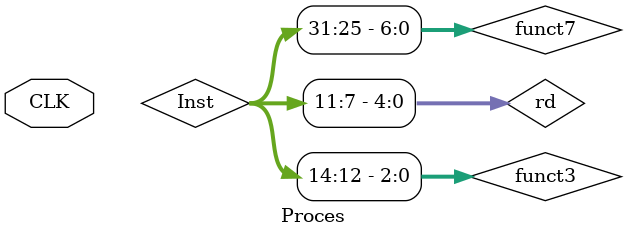
<source format=sv>
`include "Adder.sv"
`include "Alu.sv"
`include "BranchUnit.sv"
`include "ControlUnit.sv"
`include "DataMemory.sv"
`include "ImmGen.sv"
`include "InstructionMemory.sv"
`include "Mux_Alu_A.sv"
`include "Mux_Alu_B.sv"
`include "Mux_DM.sv"
`include "Mux_PC.sv"
`include "ProgramCounter.sv"
`include "RegUnit.sv"

module Proces(
  input logic CLK
);
  logic [31:0] PC;
  logic [31:0] PCAddress;
  logic [31:0] ALUA;
  logic [31:0] ALUB;
  logic [3:0] ALUOp;
  logic [31:0] ALURes;
  logic [31:0] rs1;
  logic [31:0] rs2;
  logic [4:0] BrOp;
  logic NextPCSrc;
  logic [2:0] funct3;
  logic [6:0] funct7;
  logic [6:0] OP;
  logic RUWr;
  logic ALUASrc;
  logic ALUBSrc;
  logic DMWr;
  logic [2:0] DMCtrl;
  logic [1:0] RUDataWrSrc;
  logic [31:0] DataRd;
  logic [31:0] Inst;
  logic [31:0] ImmExt;
  logic [2:0] ImmSrc;
  logic [31:0] NextPC;  
  logic [31:0] DataWr;
  logic [4:0] AddressRs1;
  logic [4:0] AddressRs2;
  logic [4:0] rd;

  //assign Op = Inst[6:0];
  assign funct3 = Inst[14:12];
  assign funct7 = Inst[31:25];
  
  assign AddressRs1 = Inst[19:15];
  assign AddressRs2 = Inst[24:20];
  assign rd = Inst[11:7];


  add Adder(
    PC,
    PCAddress
  );

   alu ALU(
    ALUA,
    ALUB,
    ALUOp,
    ALURes
  );

  br BranchUnit(
    rs1,
    rs2,
    BrOp,
    NextPCSrc
  );

 
  cu ControlUnit(
    funct7,
    funct3,
    Op,
    ALUOp,
    RUWr,
  	BrOp,
  	ALUASrc,
    ALUBSrc,
    ImmSrc,
    DMWr,
    DMCtrl,
    RUDataWrSrc
  );

  dm DataMemory(
    ALURes,
    DMWr,
    DMCtrl,
    rs2,
    DataRd
  );

  ig ImmGen(
    Inst,
    ImmSrc,
    ImmExt
  );

  im InstructionMemory(
    PCAddress,
    Inst
  );

  ma_A Mux_Alu_A(
    ALUASrc,
    rs1,
    PCAddress,
    ALUA
  );

  ma_B Mux_Alu_B(
    ALUBSrc,
    rs2,
    PCAddress,
    ALUB
  );

  m_Dm Mux_DataMemory(
    RUDataWrSrc,
    PC,
    DataRd,
    ALURes,
    DataWr
  );
  m_Pc Mux_ProgramCounter(
    NextPCSrc,
    PC,
    ALURes,
    NextPC
  );

   pc ProgramCounter(
    CLK,
    NextPC,
    PCAddress
  );

  ru RegisterUnit(
    CLK,
    rs1,
    rs2,
    rd,
    DataWr,
    RUWr,
    AddressRs1, 
    AddressRs2, 
  );
  


endmodule
</source>
